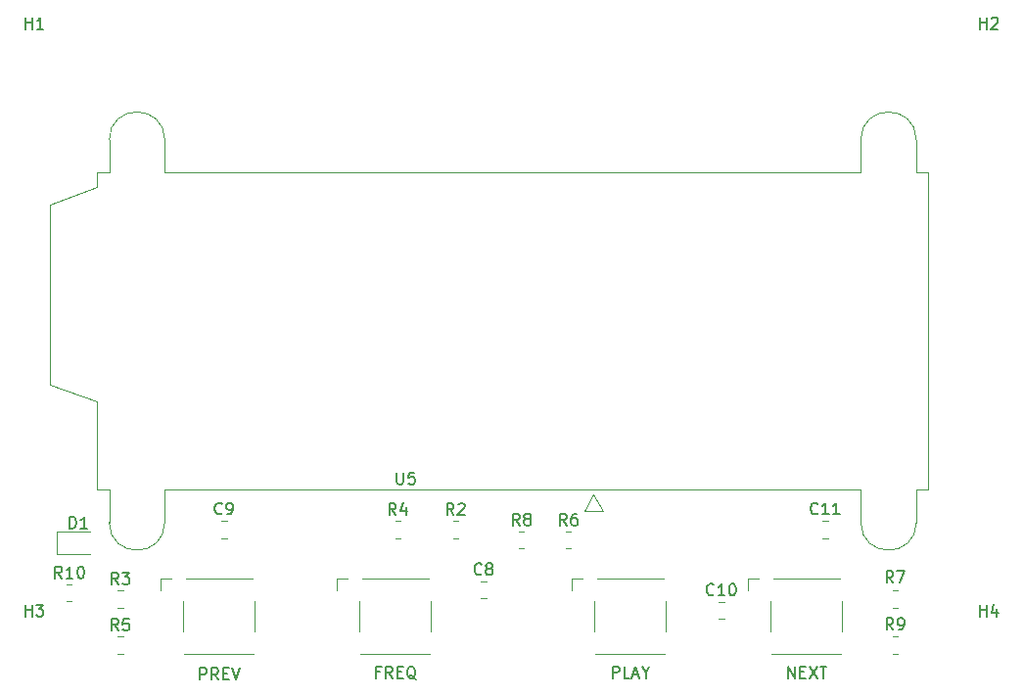
<source format=gto>
G04 #@! TF.GenerationSoftware,KiCad,Pcbnew,(7.0.0)*
G04 #@! TF.CreationDate,2023-03-05T16:48:56-06:00*
G04 #@! TF.ProjectId,Phone_Audio_FM_Transmitter,50686f6e-655f-4417-9564-696f5f464d5f,1*
G04 #@! TF.SameCoordinates,Original*
G04 #@! TF.FileFunction,Legend,Top*
G04 #@! TF.FilePolarity,Positive*
%FSLAX46Y46*%
G04 Gerber Fmt 4.6, Leading zero omitted, Abs format (unit mm)*
G04 Created by KiCad (PCBNEW (7.0.0)) date 2023-03-05 16:48:56*
%MOMM*%
%LPD*%
G01*
G04 APERTURE LIST*
%ADD10C,0.150000*%
%ADD11C,0.120000*%
G04 APERTURE END LIST*
D10*
X115943142Y-93205380D02*
X115609809Y-92729190D01*
X115371714Y-93205380D02*
X115371714Y-92205380D01*
X115371714Y-92205380D02*
X115752666Y-92205380D01*
X115752666Y-92205380D02*
X115847904Y-92253000D01*
X115847904Y-92253000D02*
X115895523Y-92300619D01*
X115895523Y-92300619D02*
X115943142Y-92395857D01*
X115943142Y-92395857D02*
X115943142Y-92538714D01*
X115943142Y-92538714D02*
X115895523Y-92633952D01*
X115895523Y-92633952D02*
X115847904Y-92681571D01*
X115847904Y-92681571D02*
X115752666Y-92729190D01*
X115752666Y-92729190D02*
X115371714Y-92729190D01*
X116895523Y-93205380D02*
X116324095Y-93205380D01*
X116609809Y-93205380D02*
X116609809Y-92205380D01*
X116609809Y-92205380D02*
X116514571Y-92348238D01*
X116514571Y-92348238D02*
X116419333Y-92443476D01*
X116419333Y-92443476D02*
X116324095Y-92491095D01*
X117514571Y-92205380D02*
X117609809Y-92205380D01*
X117609809Y-92205380D02*
X117705047Y-92253000D01*
X117705047Y-92253000D02*
X117752666Y-92300619D01*
X117752666Y-92300619D02*
X117800285Y-92395857D01*
X117800285Y-92395857D02*
X117847904Y-92586333D01*
X117847904Y-92586333D02*
X117847904Y-92824428D01*
X117847904Y-92824428D02*
X117800285Y-93014904D01*
X117800285Y-93014904D02*
X117752666Y-93110142D01*
X117752666Y-93110142D02*
X117705047Y-93157761D01*
X117705047Y-93157761D02*
X117609809Y-93205380D01*
X117609809Y-93205380D02*
X117514571Y-93205380D01*
X117514571Y-93205380D02*
X117419333Y-93157761D01*
X117419333Y-93157761D02*
X117371714Y-93110142D01*
X117371714Y-93110142D02*
X117324095Y-93014904D01*
X117324095Y-93014904D02*
X117276476Y-92824428D01*
X117276476Y-92824428D02*
X117276476Y-92586333D01*
X117276476Y-92586333D02*
X117324095Y-92395857D01*
X117324095Y-92395857D02*
X117371714Y-92300619D01*
X117371714Y-92300619D02*
X117419333Y-92253000D01*
X117419333Y-92253000D02*
X117514571Y-92205380D01*
X112776095Y-96497380D02*
X112776095Y-95497380D01*
X112776095Y-95973571D02*
X113347523Y-95973571D01*
X113347523Y-96497380D02*
X113347523Y-95497380D01*
X113728476Y-95497380D02*
X114347523Y-95497380D01*
X114347523Y-95497380D02*
X114014190Y-95878333D01*
X114014190Y-95878333D02*
X114157047Y-95878333D01*
X114157047Y-95878333D02*
X114252285Y-95925952D01*
X114252285Y-95925952D02*
X114299904Y-95973571D01*
X114299904Y-95973571D02*
X114347523Y-96068809D01*
X114347523Y-96068809D02*
X114347523Y-96306904D01*
X114347523Y-96306904D02*
X114299904Y-96402142D01*
X114299904Y-96402142D02*
X114252285Y-96449761D01*
X114252285Y-96449761D02*
X114157047Y-96497380D01*
X114157047Y-96497380D02*
X113871333Y-96497380D01*
X113871333Y-96497380D02*
X113776095Y-96449761D01*
X113776095Y-96449761D02*
X113728476Y-96402142D01*
X187833333Y-97649380D02*
X187500000Y-97173190D01*
X187261905Y-97649380D02*
X187261905Y-96649380D01*
X187261905Y-96649380D02*
X187642857Y-96649380D01*
X187642857Y-96649380D02*
X187738095Y-96697000D01*
X187738095Y-96697000D02*
X187785714Y-96744619D01*
X187785714Y-96744619D02*
X187833333Y-96839857D01*
X187833333Y-96839857D02*
X187833333Y-96982714D01*
X187833333Y-96982714D02*
X187785714Y-97077952D01*
X187785714Y-97077952D02*
X187738095Y-97125571D01*
X187738095Y-97125571D02*
X187642857Y-97173190D01*
X187642857Y-97173190D02*
X187261905Y-97173190D01*
X188309524Y-97649380D02*
X188500000Y-97649380D01*
X188500000Y-97649380D02*
X188595238Y-97601761D01*
X188595238Y-97601761D02*
X188642857Y-97554142D01*
X188642857Y-97554142D02*
X188738095Y-97411285D01*
X188738095Y-97411285D02*
X188785714Y-97220809D01*
X188785714Y-97220809D02*
X188785714Y-96839857D01*
X188785714Y-96839857D02*
X188738095Y-96744619D01*
X188738095Y-96744619D02*
X188690476Y-96697000D01*
X188690476Y-96697000D02*
X188595238Y-96649380D01*
X188595238Y-96649380D02*
X188404762Y-96649380D01*
X188404762Y-96649380D02*
X188309524Y-96697000D01*
X188309524Y-96697000D02*
X188261905Y-96744619D01*
X188261905Y-96744619D02*
X188214286Y-96839857D01*
X188214286Y-96839857D02*
X188214286Y-97077952D01*
X188214286Y-97077952D02*
X188261905Y-97173190D01*
X188261905Y-97173190D02*
X188309524Y-97220809D01*
X188309524Y-97220809D02*
X188404762Y-97268428D01*
X188404762Y-97268428D02*
X188595238Y-97268428D01*
X188595238Y-97268428D02*
X188690476Y-97220809D01*
X188690476Y-97220809D02*
X188738095Y-97173190D01*
X188738095Y-97173190D02*
X188785714Y-97077952D01*
X181319642Y-87592142D02*
X181272023Y-87639761D01*
X181272023Y-87639761D02*
X181129166Y-87687380D01*
X181129166Y-87687380D02*
X181033928Y-87687380D01*
X181033928Y-87687380D02*
X180891071Y-87639761D01*
X180891071Y-87639761D02*
X180795833Y-87544523D01*
X180795833Y-87544523D02*
X180748214Y-87449285D01*
X180748214Y-87449285D02*
X180700595Y-87258809D01*
X180700595Y-87258809D02*
X180700595Y-87115952D01*
X180700595Y-87115952D02*
X180748214Y-86925476D01*
X180748214Y-86925476D02*
X180795833Y-86830238D01*
X180795833Y-86830238D02*
X180891071Y-86735000D01*
X180891071Y-86735000D02*
X181033928Y-86687380D01*
X181033928Y-86687380D02*
X181129166Y-86687380D01*
X181129166Y-86687380D02*
X181272023Y-86735000D01*
X181272023Y-86735000D02*
X181319642Y-86782619D01*
X182272023Y-87687380D02*
X181700595Y-87687380D01*
X181986309Y-87687380D02*
X181986309Y-86687380D01*
X181986309Y-86687380D02*
X181891071Y-86830238D01*
X181891071Y-86830238D02*
X181795833Y-86925476D01*
X181795833Y-86925476D02*
X181700595Y-86973095D01*
X183224404Y-87687380D02*
X182652976Y-87687380D01*
X182938690Y-87687380D02*
X182938690Y-86687380D01*
X182938690Y-86687380D02*
X182843452Y-86830238D01*
X182843452Y-86830238D02*
X182748214Y-86925476D01*
X182748214Y-86925476D02*
X182652976Y-86973095D01*
X112776095Y-45697380D02*
X112776095Y-44697380D01*
X112776095Y-45173571D02*
X113347523Y-45173571D01*
X113347523Y-45697380D02*
X113347523Y-44697380D01*
X114347523Y-45697380D02*
X113776095Y-45697380D01*
X114061809Y-45697380D02*
X114061809Y-44697380D01*
X114061809Y-44697380D02*
X113966571Y-44840238D01*
X113966571Y-44840238D02*
X113871333Y-44935476D01*
X113871333Y-44935476D02*
X113776095Y-44983095D01*
X195326095Y-45697380D02*
X195326095Y-44697380D01*
X195326095Y-45173571D02*
X195897523Y-45173571D01*
X195897523Y-45697380D02*
X195897523Y-44697380D01*
X196326095Y-44792619D02*
X196373714Y-44745000D01*
X196373714Y-44745000D02*
X196468952Y-44697380D01*
X196468952Y-44697380D02*
X196707047Y-44697380D01*
X196707047Y-44697380D02*
X196802285Y-44745000D01*
X196802285Y-44745000D02*
X196849904Y-44792619D01*
X196849904Y-44792619D02*
X196897523Y-44887857D01*
X196897523Y-44887857D02*
X196897523Y-44983095D01*
X196897523Y-44983095D02*
X196849904Y-45125952D01*
X196849904Y-45125952D02*
X196278476Y-45697380D01*
X196278476Y-45697380D02*
X196897523Y-45697380D01*
X187833333Y-93585380D02*
X187500000Y-93109190D01*
X187261905Y-93585380D02*
X187261905Y-92585380D01*
X187261905Y-92585380D02*
X187642857Y-92585380D01*
X187642857Y-92585380D02*
X187738095Y-92633000D01*
X187738095Y-92633000D02*
X187785714Y-92680619D01*
X187785714Y-92680619D02*
X187833333Y-92775857D01*
X187833333Y-92775857D02*
X187833333Y-92918714D01*
X187833333Y-92918714D02*
X187785714Y-93013952D01*
X187785714Y-93013952D02*
X187738095Y-93061571D01*
X187738095Y-93061571D02*
X187642857Y-93109190D01*
X187642857Y-93109190D02*
X187261905Y-93109190D01*
X188166667Y-92585380D02*
X188833333Y-92585380D01*
X188833333Y-92585380D02*
X188404762Y-93585380D01*
X144833333Y-87717380D02*
X144500000Y-87241190D01*
X144261905Y-87717380D02*
X144261905Y-86717380D01*
X144261905Y-86717380D02*
X144642857Y-86717380D01*
X144642857Y-86717380D02*
X144738095Y-86765000D01*
X144738095Y-86765000D02*
X144785714Y-86812619D01*
X144785714Y-86812619D02*
X144833333Y-86907857D01*
X144833333Y-86907857D02*
X144833333Y-87050714D01*
X144833333Y-87050714D02*
X144785714Y-87145952D01*
X144785714Y-87145952D02*
X144738095Y-87193571D01*
X144738095Y-87193571D02*
X144642857Y-87241190D01*
X144642857Y-87241190D02*
X144261905Y-87241190D01*
X145690476Y-87050714D02*
X145690476Y-87717380D01*
X145452381Y-86669761D02*
X145214286Y-87384047D01*
X145214286Y-87384047D02*
X145833333Y-87384047D01*
X152233333Y-92826142D02*
X152185714Y-92873761D01*
X152185714Y-92873761D02*
X152042857Y-92921380D01*
X152042857Y-92921380D02*
X151947619Y-92921380D01*
X151947619Y-92921380D02*
X151804762Y-92873761D01*
X151804762Y-92873761D02*
X151709524Y-92778523D01*
X151709524Y-92778523D02*
X151661905Y-92683285D01*
X151661905Y-92683285D02*
X151614286Y-92492809D01*
X151614286Y-92492809D02*
X151614286Y-92349952D01*
X151614286Y-92349952D02*
X151661905Y-92159476D01*
X151661905Y-92159476D02*
X151709524Y-92064238D01*
X151709524Y-92064238D02*
X151804762Y-91969000D01*
X151804762Y-91969000D02*
X151947619Y-91921380D01*
X151947619Y-91921380D02*
X152042857Y-91921380D01*
X152042857Y-91921380D02*
X152185714Y-91969000D01*
X152185714Y-91969000D02*
X152233333Y-92016619D01*
X152804762Y-92349952D02*
X152709524Y-92302333D01*
X152709524Y-92302333D02*
X152661905Y-92254714D01*
X152661905Y-92254714D02*
X152614286Y-92159476D01*
X152614286Y-92159476D02*
X152614286Y-92111857D01*
X152614286Y-92111857D02*
X152661905Y-92016619D01*
X152661905Y-92016619D02*
X152709524Y-91969000D01*
X152709524Y-91969000D02*
X152804762Y-91921380D01*
X152804762Y-91921380D02*
X152995238Y-91921380D01*
X152995238Y-91921380D02*
X153090476Y-91969000D01*
X153090476Y-91969000D02*
X153138095Y-92016619D01*
X153138095Y-92016619D02*
X153185714Y-92111857D01*
X153185714Y-92111857D02*
X153185714Y-92159476D01*
X153185714Y-92159476D02*
X153138095Y-92254714D01*
X153138095Y-92254714D02*
X153090476Y-92302333D01*
X153090476Y-92302333D02*
X152995238Y-92349952D01*
X152995238Y-92349952D02*
X152804762Y-92349952D01*
X152804762Y-92349952D02*
X152709524Y-92397571D01*
X152709524Y-92397571D02*
X152661905Y-92445190D01*
X152661905Y-92445190D02*
X152614286Y-92540428D01*
X152614286Y-92540428D02*
X152614286Y-92730904D01*
X152614286Y-92730904D02*
X152661905Y-92826142D01*
X152661905Y-92826142D02*
X152709524Y-92873761D01*
X152709524Y-92873761D02*
X152804762Y-92921380D01*
X152804762Y-92921380D02*
X152995238Y-92921380D01*
X152995238Y-92921380D02*
X153090476Y-92873761D01*
X153090476Y-92873761D02*
X153138095Y-92826142D01*
X153138095Y-92826142D02*
X153185714Y-92730904D01*
X153185714Y-92730904D02*
X153185714Y-92540428D01*
X153185714Y-92540428D02*
X153138095Y-92445190D01*
X153138095Y-92445190D02*
X153090476Y-92397571D01*
X153090476Y-92397571D02*
X152995238Y-92349952D01*
X159599333Y-88633380D02*
X159266000Y-88157190D01*
X159027905Y-88633380D02*
X159027905Y-87633380D01*
X159027905Y-87633380D02*
X159408857Y-87633380D01*
X159408857Y-87633380D02*
X159504095Y-87681000D01*
X159504095Y-87681000D02*
X159551714Y-87728619D01*
X159551714Y-87728619D02*
X159599333Y-87823857D01*
X159599333Y-87823857D02*
X159599333Y-87966714D01*
X159599333Y-87966714D02*
X159551714Y-88061952D01*
X159551714Y-88061952D02*
X159504095Y-88109571D01*
X159504095Y-88109571D02*
X159408857Y-88157190D01*
X159408857Y-88157190D02*
X159027905Y-88157190D01*
X160456476Y-87633380D02*
X160266000Y-87633380D01*
X160266000Y-87633380D02*
X160170762Y-87681000D01*
X160170762Y-87681000D02*
X160123143Y-87728619D01*
X160123143Y-87728619D02*
X160027905Y-87871476D01*
X160027905Y-87871476D02*
X159980286Y-88061952D01*
X159980286Y-88061952D02*
X159980286Y-88442904D01*
X159980286Y-88442904D02*
X160027905Y-88538142D01*
X160027905Y-88538142D02*
X160075524Y-88585761D01*
X160075524Y-88585761D02*
X160170762Y-88633380D01*
X160170762Y-88633380D02*
X160361238Y-88633380D01*
X160361238Y-88633380D02*
X160456476Y-88585761D01*
X160456476Y-88585761D02*
X160504095Y-88538142D01*
X160504095Y-88538142D02*
X160551714Y-88442904D01*
X160551714Y-88442904D02*
X160551714Y-88204809D01*
X160551714Y-88204809D02*
X160504095Y-88109571D01*
X160504095Y-88109571D02*
X160456476Y-88061952D01*
X160456476Y-88061952D02*
X160361238Y-88014333D01*
X160361238Y-88014333D02*
X160170762Y-88014333D01*
X160170762Y-88014333D02*
X160075524Y-88061952D01*
X160075524Y-88061952D02*
X160027905Y-88109571D01*
X160027905Y-88109571D02*
X159980286Y-88204809D01*
X178744762Y-101840380D02*
X178744762Y-100840380D01*
X178744762Y-100840380D02*
X179316190Y-101840380D01*
X179316190Y-101840380D02*
X179316190Y-100840380D01*
X179792381Y-101316571D02*
X180125714Y-101316571D01*
X180268571Y-101840380D02*
X179792381Y-101840380D01*
X179792381Y-101840380D02*
X179792381Y-100840380D01*
X179792381Y-100840380D02*
X180268571Y-100840380D01*
X180601905Y-100840380D02*
X181268571Y-101840380D01*
X181268571Y-100840380D02*
X180601905Y-101840380D01*
X181506667Y-100840380D02*
X182078095Y-100840380D01*
X181792381Y-101840380D02*
X181792381Y-100840380D01*
X155535333Y-88633380D02*
X155202000Y-88157190D01*
X154963905Y-88633380D02*
X154963905Y-87633380D01*
X154963905Y-87633380D02*
X155344857Y-87633380D01*
X155344857Y-87633380D02*
X155440095Y-87681000D01*
X155440095Y-87681000D02*
X155487714Y-87728619D01*
X155487714Y-87728619D02*
X155535333Y-87823857D01*
X155535333Y-87823857D02*
X155535333Y-87966714D01*
X155535333Y-87966714D02*
X155487714Y-88061952D01*
X155487714Y-88061952D02*
X155440095Y-88109571D01*
X155440095Y-88109571D02*
X155344857Y-88157190D01*
X155344857Y-88157190D02*
X154963905Y-88157190D01*
X156106762Y-88061952D02*
X156011524Y-88014333D01*
X156011524Y-88014333D02*
X155963905Y-87966714D01*
X155963905Y-87966714D02*
X155916286Y-87871476D01*
X155916286Y-87871476D02*
X155916286Y-87823857D01*
X155916286Y-87823857D02*
X155963905Y-87728619D01*
X155963905Y-87728619D02*
X156011524Y-87681000D01*
X156011524Y-87681000D02*
X156106762Y-87633380D01*
X156106762Y-87633380D02*
X156297238Y-87633380D01*
X156297238Y-87633380D02*
X156392476Y-87681000D01*
X156392476Y-87681000D02*
X156440095Y-87728619D01*
X156440095Y-87728619D02*
X156487714Y-87823857D01*
X156487714Y-87823857D02*
X156487714Y-87871476D01*
X156487714Y-87871476D02*
X156440095Y-87966714D01*
X156440095Y-87966714D02*
X156392476Y-88014333D01*
X156392476Y-88014333D02*
X156297238Y-88061952D01*
X156297238Y-88061952D02*
X156106762Y-88061952D01*
X156106762Y-88061952D02*
X156011524Y-88109571D01*
X156011524Y-88109571D02*
X155963905Y-88157190D01*
X155963905Y-88157190D02*
X155916286Y-88252428D01*
X155916286Y-88252428D02*
X155916286Y-88442904D01*
X155916286Y-88442904D02*
X155963905Y-88538142D01*
X155963905Y-88538142D02*
X156011524Y-88585761D01*
X156011524Y-88585761D02*
X156106762Y-88633380D01*
X156106762Y-88633380D02*
X156297238Y-88633380D01*
X156297238Y-88633380D02*
X156392476Y-88585761D01*
X156392476Y-88585761D02*
X156440095Y-88538142D01*
X156440095Y-88538142D02*
X156487714Y-88442904D01*
X156487714Y-88442904D02*
X156487714Y-88252428D01*
X156487714Y-88252428D02*
X156440095Y-88157190D01*
X156440095Y-88157190D02*
X156392476Y-88109571D01*
X156392476Y-88109571D02*
X156297238Y-88061952D01*
X144907095Y-84076380D02*
X144907095Y-84885904D01*
X144907095Y-84885904D02*
X144954714Y-84981142D01*
X144954714Y-84981142D02*
X145002333Y-85028761D01*
X145002333Y-85028761D02*
X145097571Y-85076380D01*
X145097571Y-85076380D02*
X145288047Y-85076380D01*
X145288047Y-85076380D02*
X145383285Y-85028761D01*
X145383285Y-85028761D02*
X145430904Y-84981142D01*
X145430904Y-84981142D02*
X145478523Y-84885904D01*
X145478523Y-84885904D02*
X145478523Y-84076380D01*
X146430904Y-84076380D02*
X145954714Y-84076380D01*
X145954714Y-84076380D02*
X145907095Y-84552571D01*
X145907095Y-84552571D02*
X145954714Y-84504952D01*
X145954714Y-84504952D02*
X146049952Y-84457333D01*
X146049952Y-84457333D02*
X146288047Y-84457333D01*
X146288047Y-84457333D02*
X146383285Y-84504952D01*
X146383285Y-84504952D02*
X146430904Y-84552571D01*
X146430904Y-84552571D02*
X146478523Y-84647809D01*
X146478523Y-84647809D02*
X146478523Y-84885904D01*
X146478523Y-84885904D02*
X146430904Y-84981142D01*
X146430904Y-84981142D02*
X146383285Y-85028761D01*
X146383285Y-85028761D02*
X146288047Y-85076380D01*
X146288047Y-85076380D02*
X146049952Y-85076380D01*
X146049952Y-85076380D02*
X145954714Y-85028761D01*
X145954714Y-85028761D02*
X145907095Y-84981142D01*
X127897143Y-101967380D02*
X127897143Y-100967380D01*
X127897143Y-100967380D02*
X128278095Y-100967380D01*
X128278095Y-100967380D02*
X128373333Y-101015000D01*
X128373333Y-101015000D02*
X128420952Y-101062619D01*
X128420952Y-101062619D02*
X128468571Y-101157857D01*
X128468571Y-101157857D02*
X128468571Y-101300714D01*
X128468571Y-101300714D02*
X128420952Y-101395952D01*
X128420952Y-101395952D02*
X128373333Y-101443571D01*
X128373333Y-101443571D02*
X128278095Y-101491190D01*
X128278095Y-101491190D02*
X127897143Y-101491190D01*
X129468571Y-101967380D02*
X129135238Y-101491190D01*
X128897143Y-101967380D02*
X128897143Y-100967380D01*
X128897143Y-100967380D02*
X129278095Y-100967380D01*
X129278095Y-100967380D02*
X129373333Y-101015000D01*
X129373333Y-101015000D02*
X129420952Y-101062619D01*
X129420952Y-101062619D02*
X129468571Y-101157857D01*
X129468571Y-101157857D02*
X129468571Y-101300714D01*
X129468571Y-101300714D02*
X129420952Y-101395952D01*
X129420952Y-101395952D02*
X129373333Y-101443571D01*
X129373333Y-101443571D02*
X129278095Y-101491190D01*
X129278095Y-101491190D02*
X128897143Y-101491190D01*
X129897143Y-101443571D02*
X130230476Y-101443571D01*
X130373333Y-101967380D02*
X129897143Y-101967380D01*
X129897143Y-101967380D02*
X129897143Y-100967380D01*
X129897143Y-100967380D02*
X130373333Y-100967380D01*
X130659048Y-100967380D02*
X130992381Y-101967380D01*
X130992381Y-101967380D02*
X131325714Y-100967380D01*
X143446666Y-101316571D02*
X143113333Y-101316571D01*
X143113333Y-101840380D02*
X143113333Y-100840380D01*
X143113333Y-100840380D02*
X143589523Y-100840380D01*
X144541904Y-101840380D02*
X144208571Y-101364190D01*
X143970476Y-101840380D02*
X143970476Y-100840380D01*
X143970476Y-100840380D02*
X144351428Y-100840380D01*
X144351428Y-100840380D02*
X144446666Y-100888000D01*
X144446666Y-100888000D02*
X144494285Y-100935619D01*
X144494285Y-100935619D02*
X144541904Y-101030857D01*
X144541904Y-101030857D02*
X144541904Y-101173714D01*
X144541904Y-101173714D02*
X144494285Y-101268952D01*
X144494285Y-101268952D02*
X144446666Y-101316571D01*
X144446666Y-101316571D02*
X144351428Y-101364190D01*
X144351428Y-101364190D02*
X143970476Y-101364190D01*
X144970476Y-101316571D02*
X145303809Y-101316571D01*
X145446666Y-101840380D02*
X144970476Y-101840380D01*
X144970476Y-101840380D02*
X144970476Y-100840380D01*
X144970476Y-100840380D02*
X145446666Y-100840380D01*
X146541904Y-101935619D02*
X146446666Y-101888000D01*
X146446666Y-101888000D02*
X146351428Y-101792761D01*
X146351428Y-101792761D02*
X146208571Y-101649904D01*
X146208571Y-101649904D02*
X146113333Y-101602285D01*
X146113333Y-101602285D02*
X146018095Y-101602285D01*
X146065714Y-101840380D02*
X145970476Y-101792761D01*
X145970476Y-101792761D02*
X145875238Y-101697523D01*
X145875238Y-101697523D02*
X145827619Y-101507047D01*
X145827619Y-101507047D02*
X145827619Y-101173714D01*
X145827619Y-101173714D02*
X145875238Y-100983238D01*
X145875238Y-100983238D02*
X145970476Y-100888000D01*
X145970476Y-100888000D02*
X146065714Y-100840380D01*
X146065714Y-100840380D02*
X146256190Y-100840380D01*
X146256190Y-100840380D02*
X146351428Y-100888000D01*
X146351428Y-100888000D02*
X146446666Y-100983238D01*
X146446666Y-100983238D02*
X146494285Y-101173714D01*
X146494285Y-101173714D02*
X146494285Y-101507047D01*
X146494285Y-101507047D02*
X146446666Y-101697523D01*
X146446666Y-101697523D02*
X146351428Y-101792761D01*
X146351428Y-101792761D02*
X146256190Y-101840380D01*
X146256190Y-101840380D02*
X146065714Y-101840380D01*
X172319642Y-94592142D02*
X172272023Y-94639761D01*
X172272023Y-94639761D02*
X172129166Y-94687380D01*
X172129166Y-94687380D02*
X172033928Y-94687380D01*
X172033928Y-94687380D02*
X171891071Y-94639761D01*
X171891071Y-94639761D02*
X171795833Y-94544523D01*
X171795833Y-94544523D02*
X171748214Y-94449285D01*
X171748214Y-94449285D02*
X171700595Y-94258809D01*
X171700595Y-94258809D02*
X171700595Y-94115952D01*
X171700595Y-94115952D02*
X171748214Y-93925476D01*
X171748214Y-93925476D02*
X171795833Y-93830238D01*
X171795833Y-93830238D02*
X171891071Y-93735000D01*
X171891071Y-93735000D02*
X172033928Y-93687380D01*
X172033928Y-93687380D02*
X172129166Y-93687380D01*
X172129166Y-93687380D02*
X172272023Y-93735000D01*
X172272023Y-93735000D02*
X172319642Y-93782619D01*
X173272023Y-94687380D02*
X172700595Y-94687380D01*
X172986309Y-94687380D02*
X172986309Y-93687380D01*
X172986309Y-93687380D02*
X172891071Y-93830238D01*
X172891071Y-93830238D02*
X172795833Y-93925476D01*
X172795833Y-93925476D02*
X172700595Y-93973095D01*
X173891071Y-93687380D02*
X173986309Y-93687380D01*
X173986309Y-93687380D02*
X174081547Y-93735000D01*
X174081547Y-93735000D02*
X174129166Y-93782619D01*
X174129166Y-93782619D02*
X174176785Y-93877857D01*
X174176785Y-93877857D02*
X174224404Y-94068333D01*
X174224404Y-94068333D02*
X174224404Y-94306428D01*
X174224404Y-94306428D02*
X174176785Y-94496904D01*
X174176785Y-94496904D02*
X174129166Y-94592142D01*
X174129166Y-94592142D02*
X174081547Y-94639761D01*
X174081547Y-94639761D02*
X173986309Y-94687380D01*
X173986309Y-94687380D02*
X173891071Y-94687380D01*
X173891071Y-94687380D02*
X173795833Y-94639761D01*
X173795833Y-94639761D02*
X173748214Y-94592142D01*
X173748214Y-94592142D02*
X173700595Y-94496904D01*
X173700595Y-94496904D02*
X173652976Y-94306428D01*
X173652976Y-94306428D02*
X173652976Y-94068333D01*
X173652976Y-94068333D02*
X173700595Y-93877857D01*
X173700595Y-93877857D02*
X173748214Y-93782619D01*
X173748214Y-93782619D02*
X173795833Y-93735000D01*
X173795833Y-93735000D02*
X173891071Y-93687380D01*
X149833333Y-87717380D02*
X149500000Y-87241190D01*
X149261905Y-87717380D02*
X149261905Y-86717380D01*
X149261905Y-86717380D02*
X149642857Y-86717380D01*
X149642857Y-86717380D02*
X149738095Y-86765000D01*
X149738095Y-86765000D02*
X149785714Y-86812619D01*
X149785714Y-86812619D02*
X149833333Y-86907857D01*
X149833333Y-86907857D02*
X149833333Y-87050714D01*
X149833333Y-87050714D02*
X149785714Y-87145952D01*
X149785714Y-87145952D02*
X149738095Y-87193571D01*
X149738095Y-87193571D02*
X149642857Y-87241190D01*
X149642857Y-87241190D02*
X149261905Y-87241190D01*
X150214286Y-86812619D02*
X150261905Y-86765000D01*
X150261905Y-86765000D02*
X150357143Y-86717380D01*
X150357143Y-86717380D02*
X150595238Y-86717380D01*
X150595238Y-86717380D02*
X150690476Y-86765000D01*
X150690476Y-86765000D02*
X150738095Y-86812619D01*
X150738095Y-86812619D02*
X150785714Y-86907857D01*
X150785714Y-86907857D02*
X150785714Y-87003095D01*
X150785714Y-87003095D02*
X150738095Y-87145952D01*
X150738095Y-87145952D02*
X150166667Y-87717380D01*
X150166667Y-87717380D02*
X150785714Y-87717380D01*
X120833333Y-93717380D02*
X120500000Y-93241190D01*
X120261905Y-93717380D02*
X120261905Y-92717380D01*
X120261905Y-92717380D02*
X120642857Y-92717380D01*
X120642857Y-92717380D02*
X120738095Y-92765000D01*
X120738095Y-92765000D02*
X120785714Y-92812619D01*
X120785714Y-92812619D02*
X120833333Y-92907857D01*
X120833333Y-92907857D02*
X120833333Y-93050714D01*
X120833333Y-93050714D02*
X120785714Y-93145952D01*
X120785714Y-93145952D02*
X120738095Y-93193571D01*
X120738095Y-93193571D02*
X120642857Y-93241190D01*
X120642857Y-93241190D02*
X120261905Y-93241190D01*
X121166667Y-92717380D02*
X121785714Y-92717380D01*
X121785714Y-92717380D02*
X121452381Y-93098333D01*
X121452381Y-93098333D02*
X121595238Y-93098333D01*
X121595238Y-93098333D02*
X121690476Y-93145952D01*
X121690476Y-93145952D02*
X121738095Y-93193571D01*
X121738095Y-93193571D02*
X121785714Y-93288809D01*
X121785714Y-93288809D02*
X121785714Y-93526904D01*
X121785714Y-93526904D02*
X121738095Y-93622142D01*
X121738095Y-93622142D02*
X121690476Y-93669761D01*
X121690476Y-93669761D02*
X121595238Y-93717380D01*
X121595238Y-93717380D02*
X121309524Y-93717380D01*
X121309524Y-93717380D02*
X121214286Y-93669761D01*
X121214286Y-93669761D02*
X121166667Y-93622142D01*
X116609905Y-88887380D02*
X116609905Y-87887380D01*
X116609905Y-87887380D02*
X116848000Y-87887380D01*
X116848000Y-87887380D02*
X116990857Y-87935000D01*
X116990857Y-87935000D02*
X117086095Y-88030238D01*
X117086095Y-88030238D02*
X117133714Y-88125476D01*
X117133714Y-88125476D02*
X117181333Y-88315952D01*
X117181333Y-88315952D02*
X117181333Y-88458809D01*
X117181333Y-88458809D02*
X117133714Y-88649285D01*
X117133714Y-88649285D02*
X117086095Y-88744523D01*
X117086095Y-88744523D02*
X116990857Y-88839761D01*
X116990857Y-88839761D02*
X116848000Y-88887380D01*
X116848000Y-88887380D02*
X116609905Y-88887380D01*
X118133714Y-88887380D02*
X117562286Y-88887380D01*
X117848000Y-88887380D02*
X117848000Y-87887380D01*
X117848000Y-87887380D02*
X117752762Y-88030238D01*
X117752762Y-88030238D02*
X117657524Y-88125476D01*
X117657524Y-88125476D02*
X117562286Y-88173095D01*
X195326095Y-96497380D02*
X195326095Y-95497380D01*
X195326095Y-95973571D02*
X195897523Y-95973571D01*
X195897523Y-96497380D02*
X195897523Y-95497380D01*
X196802285Y-95830714D02*
X196802285Y-96497380D01*
X196564190Y-95449761D02*
X196326095Y-96164047D01*
X196326095Y-96164047D02*
X196945142Y-96164047D01*
X120833333Y-97717380D02*
X120500000Y-97241190D01*
X120261905Y-97717380D02*
X120261905Y-96717380D01*
X120261905Y-96717380D02*
X120642857Y-96717380D01*
X120642857Y-96717380D02*
X120738095Y-96765000D01*
X120738095Y-96765000D02*
X120785714Y-96812619D01*
X120785714Y-96812619D02*
X120833333Y-96907857D01*
X120833333Y-96907857D02*
X120833333Y-97050714D01*
X120833333Y-97050714D02*
X120785714Y-97145952D01*
X120785714Y-97145952D02*
X120738095Y-97193571D01*
X120738095Y-97193571D02*
X120642857Y-97241190D01*
X120642857Y-97241190D02*
X120261905Y-97241190D01*
X121738095Y-96717380D02*
X121261905Y-96717380D01*
X121261905Y-96717380D02*
X121214286Y-97193571D01*
X121214286Y-97193571D02*
X121261905Y-97145952D01*
X121261905Y-97145952D02*
X121357143Y-97098333D01*
X121357143Y-97098333D02*
X121595238Y-97098333D01*
X121595238Y-97098333D02*
X121690476Y-97145952D01*
X121690476Y-97145952D02*
X121738095Y-97193571D01*
X121738095Y-97193571D02*
X121785714Y-97288809D01*
X121785714Y-97288809D02*
X121785714Y-97526904D01*
X121785714Y-97526904D02*
X121738095Y-97622142D01*
X121738095Y-97622142D02*
X121690476Y-97669761D01*
X121690476Y-97669761D02*
X121595238Y-97717380D01*
X121595238Y-97717380D02*
X121357143Y-97717380D01*
X121357143Y-97717380D02*
X121261905Y-97669761D01*
X121261905Y-97669761D02*
X121214286Y-97622142D01*
X129795833Y-87592142D02*
X129748214Y-87639761D01*
X129748214Y-87639761D02*
X129605357Y-87687380D01*
X129605357Y-87687380D02*
X129510119Y-87687380D01*
X129510119Y-87687380D02*
X129367262Y-87639761D01*
X129367262Y-87639761D02*
X129272024Y-87544523D01*
X129272024Y-87544523D02*
X129224405Y-87449285D01*
X129224405Y-87449285D02*
X129176786Y-87258809D01*
X129176786Y-87258809D02*
X129176786Y-87115952D01*
X129176786Y-87115952D02*
X129224405Y-86925476D01*
X129224405Y-86925476D02*
X129272024Y-86830238D01*
X129272024Y-86830238D02*
X129367262Y-86735000D01*
X129367262Y-86735000D02*
X129510119Y-86687380D01*
X129510119Y-86687380D02*
X129605357Y-86687380D01*
X129605357Y-86687380D02*
X129748214Y-86735000D01*
X129748214Y-86735000D02*
X129795833Y-86782619D01*
X130272024Y-87687380D02*
X130462500Y-87687380D01*
X130462500Y-87687380D02*
X130557738Y-87639761D01*
X130557738Y-87639761D02*
X130605357Y-87592142D01*
X130605357Y-87592142D02*
X130700595Y-87449285D01*
X130700595Y-87449285D02*
X130748214Y-87258809D01*
X130748214Y-87258809D02*
X130748214Y-86877857D01*
X130748214Y-86877857D02*
X130700595Y-86782619D01*
X130700595Y-86782619D02*
X130652976Y-86735000D01*
X130652976Y-86735000D02*
X130557738Y-86687380D01*
X130557738Y-86687380D02*
X130367262Y-86687380D01*
X130367262Y-86687380D02*
X130272024Y-86735000D01*
X130272024Y-86735000D02*
X130224405Y-86782619D01*
X130224405Y-86782619D02*
X130176786Y-86877857D01*
X130176786Y-86877857D02*
X130176786Y-87115952D01*
X130176786Y-87115952D02*
X130224405Y-87211190D01*
X130224405Y-87211190D02*
X130272024Y-87258809D01*
X130272024Y-87258809D02*
X130367262Y-87306428D01*
X130367262Y-87306428D02*
X130557738Y-87306428D01*
X130557738Y-87306428D02*
X130652976Y-87258809D01*
X130652976Y-87258809D02*
X130700595Y-87211190D01*
X130700595Y-87211190D02*
X130748214Y-87115952D01*
X163576190Y-101840380D02*
X163576190Y-100840380D01*
X163576190Y-100840380D02*
X163957142Y-100840380D01*
X163957142Y-100840380D02*
X164052380Y-100888000D01*
X164052380Y-100888000D02*
X164099999Y-100935619D01*
X164099999Y-100935619D02*
X164147618Y-101030857D01*
X164147618Y-101030857D02*
X164147618Y-101173714D01*
X164147618Y-101173714D02*
X164099999Y-101268952D01*
X164099999Y-101268952D02*
X164052380Y-101316571D01*
X164052380Y-101316571D02*
X163957142Y-101364190D01*
X163957142Y-101364190D02*
X163576190Y-101364190D01*
X165052380Y-101840380D02*
X164576190Y-101840380D01*
X164576190Y-101840380D02*
X164576190Y-100840380D01*
X165338095Y-101554666D02*
X165814285Y-101554666D01*
X165242857Y-101840380D02*
X165576190Y-100840380D01*
X165576190Y-100840380D02*
X165909523Y-101840380D01*
X166433333Y-101364190D02*
X166433333Y-101840380D01*
X166100000Y-100840380D02*
X166433333Y-101364190D01*
X166433333Y-101364190D02*
X166766666Y-100840380D01*
D11*
X116358936Y-93753000D02*
X116813064Y-93753000D01*
X116358936Y-95223000D02*
X116813064Y-95223000D01*
X188227064Y-99735000D02*
X187772936Y-99735000D01*
X188227064Y-98265000D02*
X187772936Y-98265000D01*
X181701248Y-88265000D02*
X182223752Y-88265000D01*
X181701248Y-89735000D02*
X182223752Y-89735000D01*
X188227064Y-95735000D02*
X187772936Y-95735000D01*
X188227064Y-94265000D02*
X187772936Y-94265000D01*
X144772936Y-88265000D02*
X145227064Y-88265000D01*
X144772936Y-89735000D02*
X145227064Y-89735000D01*
X152138748Y-93499000D02*
X152661252Y-93499000D01*
X152138748Y-94969000D02*
X152661252Y-94969000D01*
X159538936Y-89181000D02*
X159993064Y-89181000D01*
X159538936Y-90651000D02*
X159993064Y-90651000D01*
X175240000Y-93220000D02*
X176240000Y-93220000D01*
X175240000Y-94220000D02*
X175240000Y-93220000D01*
X177240000Y-95220000D02*
X177240000Y-97820000D01*
X183240000Y-93270000D02*
X177440000Y-93270000D01*
X183340000Y-99770000D02*
X177340000Y-99770000D01*
X183440000Y-95220000D02*
X183440000Y-97820000D01*
X155474936Y-89181000D02*
X155929064Y-89181000D01*
X155474936Y-90651000D02*
X155929064Y-90651000D01*
X114890000Y-60880000D02*
X114890000Y-76480000D01*
X114890000Y-76480000D02*
X118990000Y-77880000D01*
X118990000Y-58130000D02*
X118990000Y-59380000D01*
X118990000Y-59380000D02*
X114890000Y-60880000D01*
X118990000Y-77880000D02*
X118990000Y-85530000D01*
X118990000Y-85530000D02*
X120040000Y-85530000D01*
X120040000Y-55280000D02*
X120040000Y-58130000D01*
X120040000Y-58130000D02*
X118990000Y-58130000D01*
X120040000Y-85530000D02*
X120040000Y-88380000D01*
X124840000Y-58130000D02*
X124840000Y-55280000D01*
X124840000Y-85530000D02*
X185040000Y-85530000D01*
X124840000Y-88380000D02*
X124840000Y-85530000D01*
X161140000Y-87380000D02*
X161940000Y-85980000D01*
X161140000Y-87380000D02*
X162740000Y-87380000D01*
X161940000Y-85980000D02*
X162740000Y-87380000D01*
X185040000Y-55280000D02*
X185040000Y-58130000D01*
X185040000Y-58130000D02*
X124840000Y-58130000D01*
X185040000Y-85530000D02*
X185040000Y-88380000D01*
X189840000Y-58130000D02*
X189840000Y-55280000D01*
X189840000Y-85530000D02*
X190890000Y-85530000D01*
X189840000Y-88380000D02*
X189840000Y-85530000D01*
X190890000Y-58130000D02*
X189840000Y-58130000D01*
X190890000Y-85530000D02*
X190890000Y-58130000D01*
X124840000Y-55280000D02*
G75*
G03*
X120040000Y-55280000I-2400000J0D01*
G01*
X120040000Y-88380000D02*
G75*
G03*
X124840000Y-88380000I2400000J0D01*
G01*
X189840000Y-55280000D02*
G75*
G03*
X185040000Y-55280000I-2400000J0D01*
G01*
X185040000Y-88380000D02*
G75*
G03*
X189840000Y-88380000I2400000J0D01*
G01*
X124440000Y-93220000D02*
X125440000Y-93220000D01*
X124440000Y-94220000D02*
X124440000Y-93220000D01*
X126440000Y-95220000D02*
X126440000Y-97820000D01*
X132440000Y-93270000D02*
X126640000Y-93270000D01*
X132540000Y-99770000D02*
X126540000Y-99770000D01*
X132640000Y-95220000D02*
X132640000Y-97820000D01*
X139680000Y-93220000D02*
X140680000Y-93220000D01*
X139680000Y-94220000D02*
X139680000Y-93220000D01*
X141680000Y-95220000D02*
X141680000Y-97820000D01*
X147680000Y-93270000D02*
X141880000Y-93270000D01*
X147780000Y-99770000D02*
X141780000Y-99770000D01*
X147880000Y-95220000D02*
X147880000Y-97820000D01*
X172701248Y-95265000D02*
X173223752Y-95265000D01*
X172701248Y-96735000D02*
X173223752Y-96735000D01*
X149772936Y-88265000D02*
X150227064Y-88265000D01*
X149772936Y-89735000D02*
X150227064Y-89735000D01*
X120772936Y-94265000D02*
X121227064Y-94265000D01*
X120772936Y-95735000D02*
X121227064Y-95735000D01*
X115488000Y-89210000D02*
X115488000Y-91130000D01*
X115488000Y-91130000D02*
X118348000Y-91130000D01*
X118348000Y-89210000D02*
X115488000Y-89210000D01*
X120772936Y-98265000D02*
X121227064Y-98265000D01*
X120772936Y-99735000D02*
X121227064Y-99735000D01*
X129701248Y-88265000D02*
X130223752Y-88265000D01*
X129701248Y-89735000D02*
X130223752Y-89735000D01*
X160000000Y-93220000D02*
X161000000Y-93220000D01*
X160000000Y-94220000D02*
X160000000Y-93220000D01*
X162000000Y-95220000D02*
X162000000Y-97820000D01*
X168000000Y-93270000D02*
X162200000Y-93270000D01*
X168100000Y-99770000D02*
X162100000Y-99770000D01*
X168200000Y-95220000D02*
X168200000Y-97820000D01*
M02*

</source>
